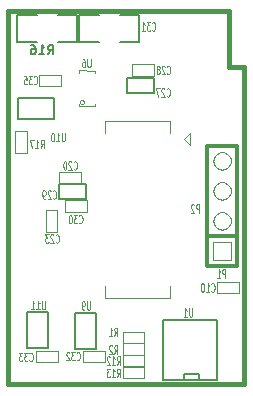
<source format=gbo>
G04 (created by PCBNEW-RS274X (2010-08-11 BZR 2448)-unstable) date Fri 17 Jun 2011 15:12:29 CST*
G01*
G70*
G90*
%MOIN*%
G04 Gerber Fmt 3.4, Leading zero omitted, Abs format*
%FSLAX34Y34*%
G04 APERTURE LIST*
%ADD10C,0.001000*%
%ADD11C,0.015000*%
%ADD12C,0.003000*%
%ADD13C,0.005000*%
%ADD14C,0.012000*%
%ADD15C,0.004500*%
G04 APERTURE END LIST*
G54D10*
G54D11*
X47244Y-41220D02*
X47244Y-41220D01*
X46732Y-41221D02*
X47244Y-41221D01*
X46732Y-39370D02*
X46732Y-41220D01*
X39370Y-51811D02*
X39370Y-39370D01*
X47244Y-51811D02*
X39370Y-51811D01*
X47244Y-41220D02*
X47244Y-51811D01*
X39370Y-39370D02*
X46732Y-39370D01*
G54D12*
X43180Y-50830D02*
X43910Y-50830D01*
X43910Y-50830D02*
X43910Y-50450D01*
X43910Y-50450D02*
X43180Y-50450D01*
X43180Y-50450D02*
X43180Y-50830D01*
X46330Y-48770D02*
X47060Y-48770D01*
X47060Y-48770D02*
X47060Y-48390D01*
X47060Y-48390D02*
X46330Y-48390D01*
X46330Y-48390D02*
X46330Y-48770D01*
X43910Y-50070D02*
X43180Y-50070D01*
X43180Y-50070D02*
X43180Y-50450D01*
X43180Y-50450D02*
X43910Y-50450D01*
X43910Y-50450D02*
X43910Y-50070D01*
X40620Y-45990D02*
X40620Y-46720D01*
X40620Y-46720D02*
X41000Y-46720D01*
X41000Y-46720D02*
X41000Y-45990D01*
X41000Y-45990D02*
X40620Y-45990D01*
X41060Y-45130D02*
X41790Y-45130D01*
X41790Y-45130D02*
X41790Y-44750D01*
X41790Y-44750D02*
X41060Y-44750D01*
X41060Y-44750D02*
X41060Y-45130D01*
X43910Y-50830D02*
X43180Y-50830D01*
X43180Y-50830D02*
X43180Y-51210D01*
X43180Y-51210D02*
X43910Y-51210D01*
X43910Y-51210D02*
X43910Y-50830D01*
X43910Y-51220D02*
X43180Y-51220D01*
X43180Y-51220D02*
X43180Y-51600D01*
X43180Y-51600D02*
X43910Y-51600D01*
X43910Y-51600D02*
X43910Y-51220D01*
X42580Y-50690D02*
X41850Y-50690D01*
X41850Y-50690D02*
X41850Y-51070D01*
X41850Y-51070D02*
X42580Y-51070D01*
X42580Y-51070D02*
X42580Y-50690D01*
X41030Y-50690D02*
X40300Y-50690D01*
X40300Y-50690D02*
X40300Y-51070D01*
X40300Y-51070D02*
X41030Y-51070D01*
X41030Y-51070D02*
X41030Y-50690D01*
X40390Y-41870D02*
X41120Y-41870D01*
X41120Y-41870D02*
X41120Y-41490D01*
X41120Y-41490D02*
X40390Y-41490D01*
X40390Y-41490D02*
X40390Y-41870D01*
X39990Y-44110D02*
X39990Y-43380D01*
X39990Y-43380D02*
X39610Y-43380D01*
X39610Y-43380D02*
X39610Y-44110D01*
X39610Y-44110D02*
X39990Y-44110D01*
G54D13*
X43330Y-42090D02*
X44230Y-42090D01*
X44230Y-42090D02*
X44230Y-41590D01*
X44230Y-41590D02*
X43330Y-41590D01*
X43330Y-41590D02*
X43330Y-42090D01*
X41970Y-45150D02*
X41070Y-45150D01*
X41070Y-45150D02*
X41070Y-45650D01*
X41070Y-45650D02*
X41970Y-45650D01*
X41970Y-45650D02*
X41970Y-45150D01*
X41736Y-40411D02*
X41736Y-39511D01*
X41736Y-39511D02*
X42386Y-39511D01*
X43086Y-40411D02*
X43736Y-40411D01*
X43736Y-40411D02*
X43736Y-39511D01*
X43736Y-39511D02*
X43086Y-39511D01*
X42386Y-40411D02*
X41736Y-40411D01*
X46320Y-51670D02*
X46320Y-49670D01*
X46320Y-49670D02*
X44520Y-49670D01*
X44520Y-49670D02*
X44520Y-51670D01*
X44520Y-51670D02*
X46320Y-51670D01*
X45720Y-51670D02*
X45720Y-51470D01*
X45720Y-51470D02*
X45220Y-51470D01*
X45220Y-51470D02*
X45220Y-51670D01*
X42280Y-49420D02*
X41580Y-49420D01*
X41580Y-49420D02*
X41580Y-50620D01*
X41580Y-50620D02*
X42280Y-50620D01*
X42280Y-50620D02*
X42280Y-49420D01*
X39680Y-42270D02*
X39680Y-42970D01*
X39680Y-42970D02*
X40880Y-42970D01*
X40880Y-42970D02*
X40880Y-42270D01*
X40880Y-42270D02*
X39680Y-42270D01*
X40710Y-49410D02*
X40010Y-49410D01*
X40010Y-49410D02*
X40010Y-50610D01*
X40010Y-50610D02*
X40710Y-50610D01*
X40710Y-50610D02*
X40710Y-49410D01*
G54D12*
X41897Y-42408D02*
X41895Y-42421D01*
X41891Y-42434D01*
X41885Y-42446D01*
X41876Y-42457D01*
X41866Y-42466D01*
X41854Y-42472D01*
X41841Y-42476D01*
X41827Y-42477D01*
X41814Y-42476D01*
X41801Y-42472D01*
X41789Y-42466D01*
X41779Y-42458D01*
X41770Y-42447D01*
X41763Y-42435D01*
X41759Y-42422D01*
X41758Y-42408D01*
X41759Y-42396D01*
X41762Y-42383D01*
X41769Y-42371D01*
X41777Y-42360D01*
X41788Y-42351D01*
X41799Y-42344D01*
X41812Y-42340D01*
X41826Y-42339D01*
X41839Y-42340D01*
X41852Y-42343D01*
X41864Y-42349D01*
X41875Y-42358D01*
X41884Y-42368D01*
X41890Y-42380D01*
X41895Y-42393D01*
X41896Y-42407D01*
X41897Y-42408D01*
X42257Y-41432D02*
X42257Y-41353D01*
X42257Y-41353D02*
X41711Y-41351D01*
X41711Y-41351D02*
X41711Y-41432D01*
X42256Y-42459D02*
X42256Y-42537D01*
X42256Y-42537D02*
X41715Y-42536D01*
X41715Y-42536D02*
X41714Y-42463D01*
X43510Y-41530D02*
X44240Y-41530D01*
X44240Y-41530D02*
X44240Y-41150D01*
X44240Y-41150D02*
X43510Y-41150D01*
X43510Y-41150D02*
X43510Y-41530D01*
X42000Y-45680D02*
X41270Y-45680D01*
X41270Y-45680D02*
X41270Y-46060D01*
X41270Y-46060D02*
X42000Y-46060D01*
X42000Y-46060D02*
X42000Y-45680D01*
X45438Y-43433D02*
X45241Y-43630D01*
X45241Y-43630D02*
X45438Y-43827D01*
X45438Y-43827D02*
X45438Y-43433D01*
X42603Y-43433D02*
X42603Y-43039D01*
X42603Y-43039D02*
X44768Y-43039D01*
X44768Y-43039D02*
X44768Y-43433D01*
X42603Y-48551D02*
X42603Y-48945D01*
X42603Y-48945D02*
X44768Y-48945D01*
X44768Y-48945D02*
X44768Y-48551D01*
G54D14*
X46996Y-47866D02*
X46996Y-47866D01*
X45996Y-47866D02*
X46996Y-47866D01*
X46996Y-47866D02*
X46996Y-47866D01*
X46996Y-47866D02*
X46996Y-43866D01*
X46996Y-43866D02*
X45996Y-43866D01*
X45996Y-43866D02*
X45996Y-47866D01*
X45996Y-46866D02*
X46996Y-46866D01*
G54D13*
X39669Y-40411D02*
X39669Y-39511D01*
X39669Y-39511D02*
X40319Y-39511D01*
X41019Y-40411D02*
X41669Y-40411D01*
X41669Y-40411D02*
X41669Y-39511D01*
X41669Y-39511D02*
X41019Y-39511D01*
X40319Y-40411D02*
X39669Y-40411D01*
G54D10*
X46206Y-47076D02*
X46206Y-47656D01*
X46786Y-47656D01*
X46786Y-47076D01*
X46206Y-47076D01*
X46786Y-46366D02*
X46780Y-46422D01*
X46764Y-46476D01*
X46737Y-46526D01*
X46701Y-46570D01*
X46658Y-46606D01*
X46608Y-46633D01*
X46554Y-46650D01*
X46498Y-46655D01*
X46442Y-46650D01*
X46388Y-46634D01*
X46338Y-46608D01*
X46294Y-46573D01*
X46257Y-46529D01*
X46230Y-46480D01*
X46213Y-46426D01*
X46207Y-46370D01*
X46211Y-46314D01*
X46227Y-46260D01*
X46253Y-46209D01*
X46288Y-46165D01*
X46331Y-46128D01*
X46380Y-46101D01*
X46434Y-46083D01*
X46490Y-46077D01*
X46546Y-46081D01*
X46600Y-46096D01*
X46651Y-46122D01*
X46695Y-46156D01*
X46732Y-46199D01*
X46760Y-46249D01*
X46778Y-46302D01*
X46785Y-46358D01*
X46786Y-46366D01*
X46786Y-45366D02*
X46780Y-45422D01*
X46764Y-45476D01*
X46737Y-45526D01*
X46701Y-45570D01*
X46658Y-45606D01*
X46608Y-45633D01*
X46554Y-45650D01*
X46498Y-45655D01*
X46442Y-45650D01*
X46388Y-45634D01*
X46338Y-45608D01*
X46294Y-45573D01*
X46257Y-45529D01*
X46230Y-45480D01*
X46213Y-45426D01*
X46207Y-45370D01*
X46211Y-45314D01*
X46227Y-45260D01*
X46253Y-45209D01*
X46288Y-45165D01*
X46331Y-45128D01*
X46380Y-45101D01*
X46434Y-45083D01*
X46490Y-45077D01*
X46546Y-45081D01*
X46600Y-45096D01*
X46651Y-45122D01*
X46695Y-45156D01*
X46732Y-45199D01*
X46760Y-45249D01*
X46778Y-45302D01*
X46785Y-45358D01*
X46786Y-45366D01*
X46786Y-44366D02*
X46780Y-44422D01*
X46764Y-44476D01*
X46737Y-44526D01*
X46701Y-44570D01*
X46658Y-44606D01*
X46608Y-44633D01*
X46554Y-44650D01*
X46498Y-44655D01*
X46442Y-44650D01*
X46388Y-44634D01*
X46338Y-44608D01*
X46294Y-44573D01*
X46257Y-44529D01*
X46230Y-44480D01*
X46213Y-44426D01*
X46207Y-44370D01*
X46211Y-44314D01*
X46227Y-44260D01*
X46253Y-44209D01*
X46288Y-44165D01*
X46331Y-44128D01*
X46380Y-44101D01*
X46434Y-44083D01*
X46490Y-44077D01*
X46546Y-44081D01*
X46600Y-44096D01*
X46651Y-44122D01*
X46695Y-44156D01*
X46732Y-44199D01*
X46760Y-44249D01*
X46778Y-44302D01*
X46785Y-44358D01*
X46786Y-44366D01*
G54D15*
X42907Y-50795D02*
X42967Y-50662D01*
X43010Y-50795D02*
X43010Y-50515D01*
X42942Y-50515D01*
X42924Y-50529D01*
X42916Y-50542D01*
X42907Y-50569D01*
X42907Y-50609D01*
X42916Y-50635D01*
X42924Y-50649D01*
X42942Y-50662D01*
X43010Y-50662D01*
X42839Y-50542D02*
X42830Y-50529D01*
X42813Y-50515D01*
X42770Y-50515D01*
X42753Y-50529D01*
X42744Y-50542D01*
X42736Y-50569D01*
X42736Y-50595D01*
X42744Y-50635D01*
X42847Y-50795D01*
X42736Y-50795D01*
X46135Y-48701D02*
X46144Y-48714D01*
X46170Y-48727D01*
X46187Y-48727D01*
X46212Y-48714D01*
X46230Y-48687D01*
X46238Y-48661D01*
X46247Y-48607D01*
X46247Y-48567D01*
X46238Y-48514D01*
X46230Y-48487D01*
X46212Y-48461D01*
X46187Y-48447D01*
X46170Y-48447D01*
X46144Y-48461D01*
X46135Y-48474D01*
X45964Y-48727D02*
X46067Y-48727D01*
X46015Y-48727D02*
X46015Y-48447D01*
X46032Y-48487D01*
X46050Y-48514D01*
X46067Y-48527D01*
X45853Y-48447D02*
X45836Y-48447D01*
X45819Y-48461D01*
X45810Y-48474D01*
X45801Y-48501D01*
X45793Y-48554D01*
X45793Y-48621D01*
X45801Y-48674D01*
X45810Y-48701D01*
X45819Y-48714D01*
X45836Y-48727D01*
X45853Y-48727D01*
X45870Y-48714D01*
X45879Y-48701D01*
X45887Y-48674D01*
X45896Y-48621D01*
X45896Y-48554D01*
X45887Y-48501D01*
X45879Y-48474D01*
X45870Y-48461D01*
X45853Y-48447D01*
X42907Y-50199D02*
X42967Y-50066D01*
X43010Y-50199D02*
X43010Y-49919D01*
X42942Y-49919D01*
X42924Y-49933D01*
X42916Y-49946D01*
X42907Y-49973D01*
X42907Y-50013D01*
X42916Y-50039D01*
X42924Y-50053D01*
X42942Y-50066D01*
X43010Y-50066D01*
X42736Y-50199D02*
X42839Y-50199D01*
X42787Y-50199D02*
X42787Y-49919D01*
X42804Y-49959D01*
X42822Y-49986D01*
X42839Y-49999D01*
X40945Y-47067D02*
X40954Y-47080D01*
X40980Y-47093D01*
X40997Y-47093D01*
X41022Y-47080D01*
X41040Y-47053D01*
X41048Y-47027D01*
X41057Y-46973D01*
X41057Y-46933D01*
X41048Y-46880D01*
X41040Y-46853D01*
X41022Y-46827D01*
X40997Y-46813D01*
X40980Y-46813D01*
X40954Y-46827D01*
X40945Y-46840D01*
X40877Y-46840D02*
X40868Y-46827D01*
X40851Y-46813D01*
X40808Y-46813D01*
X40791Y-46827D01*
X40782Y-46840D01*
X40774Y-46867D01*
X40774Y-46893D01*
X40782Y-46933D01*
X40885Y-47093D01*
X40774Y-47093D01*
X40714Y-46813D02*
X40603Y-46813D01*
X40663Y-46920D01*
X40637Y-46920D01*
X40620Y-46933D01*
X40611Y-46947D01*
X40603Y-46973D01*
X40603Y-47040D01*
X40611Y-47067D01*
X40620Y-47080D01*
X40637Y-47093D01*
X40689Y-47093D01*
X40706Y-47080D01*
X40714Y-47067D01*
X41545Y-44629D02*
X41554Y-44642D01*
X41580Y-44655D01*
X41597Y-44655D01*
X41622Y-44642D01*
X41640Y-44615D01*
X41648Y-44589D01*
X41657Y-44535D01*
X41657Y-44495D01*
X41648Y-44442D01*
X41640Y-44415D01*
X41622Y-44389D01*
X41597Y-44375D01*
X41580Y-44375D01*
X41554Y-44389D01*
X41545Y-44402D01*
X41477Y-44402D02*
X41468Y-44389D01*
X41451Y-44375D01*
X41408Y-44375D01*
X41391Y-44389D01*
X41382Y-44402D01*
X41374Y-44429D01*
X41374Y-44455D01*
X41382Y-44495D01*
X41485Y-44655D01*
X41374Y-44655D01*
X41263Y-44375D02*
X41246Y-44375D01*
X41229Y-44389D01*
X41220Y-44402D01*
X41211Y-44429D01*
X41203Y-44482D01*
X41203Y-44549D01*
X41211Y-44602D01*
X41220Y-44629D01*
X41229Y-44642D01*
X41246Y-44655D01*
X41263Y-44655D01*
X41280Y-44642D01*
X41289Y-44629D01*
X41297Y-44602D01*
X41306Y-44549D01*
X41306Y-44482D01*
X41297Y-44429D01*
X41289Y-44402D01*
X41280Y-44389D01*
X41263Y-44375D01*
X42987Y-51159D02*
X43047Y-51026D01*
X43090Y-51159D02*
X43090Y-50879D01*
X43022Y-50879D01*
X43004Y-50893D01*
X42996Y-50906D01*
X42987Y-50933D01*
X42987Y-50973D01*
X42996Y-50999D01*
X43004Y-51013D01*
X43022Y-51026D01*
X43090Y-51026D01*
X42816Y-51159D02*
X42919Y-51159D01*
X42867Y-51159D02*
X42867Y-50879D01*
X42884Y-50919D01*
X42902Y-50946D01*
X42919Y-50959D01*
X42748Y-50906D02*
X42739Y-50893D01*
X42722Y-50879D01*
X42679Y-50879D01*
X42662Y-50893D01*
X42653Y-50906D01*
X42645Y-50933D01*
X42645Y-50959D01*
X42653Y-50999D01*
X42756Y-51159D01*
X42645Y-51159D01*
X42987Y-51565D02*
X43047Y-51432D01*
X43090Y-51565D02*
X43090Y-51285D01*
X43022Y-51285D01*
X43004Y-51299D01*
X42996Y-51312D01*
X42987Y-51339D01*
X42987Y-51379D01*
X42996Y-51405D01*
X43004Y-51419D01*
X43022Y-51432D01*
X43090Y-51432D01*
X42816Y-51565D02*
X42919Y-51565D01*
X42867Y-51565D02*
X42867Y-51285D01*
X42884Y-51325D01*
X42902Y-51352D01*
X42919Y-51365D01*
X42756Y-51285D02*
X42645Y-51285D01*
X42705Y-51392D01*
X42679Y-51392D01*
X42662Y-51405D01*
X42653Y-51419D01*
X42645Y-51445D01*
X42645Y-51512D01*
X42653Y-51539D01*
X42662Y-51552D01*
X42679Y-51565D01*
X42731Y-51565D01*
X42748Y-51552D01*
X42756Y-51539D01*
X41645Y-50987D02*
X41654Y-51000D01*
X41680Y-51013D01*
X41697Y-51013D01*
X41722Y-51000D01*
X41740Y-50973D01*
X41748Y-50947D01*
X41757Y-50893D01*
X41757Y-50853D01*
X41748Y-50800D01*
X41740Y-50773D01*
X41722Y-50747D01*
X41697Y-50733D01*
X41680Y-50733D01*
X41654Y-50747D01*
X41645Y-50760D01*
X41585Y-50733D02*
X41474Y-50733D01*
X41534Y-50840D01*
X41508Y-50840D01*
X41491Y-50853D01*
X41482Y-50867D01*
X41474Y-50893D01*
X41474Y-50960D01*
X41482Y-50987D01*
X41491Y-51000D01*
X41508Y-51013D01*
X41560Y-51013D01*
X41577Y-51000D01*
X41585Y-50987D01*
X41406Y-50760D02*
X41397Y-50747D01*
X41380Y-50733D01*
X41337Y-50733D01*
X41320Y-50747D01*
X41311Y-50760D01*
X41303Y-50787D01*
X41303Y-50813D01*
X41311Y-50853D01*
X41414Y-51013D01*
X41303Y-51013D01*
X40075Y-51007D02*
X40084Y-51020D01*
X40110Y-51033D01*
X40127Y-51033D01*
X40152Y-51020D01*
X40170Y-50993D01*
X40178Y-50967D01*
X40187Y-50913D01*
X40187Y-50873D01*
X40178Y-50820D01*
X40170Y-50793D01*
X40152Y-50767D01*
X40127Y-50753D01*
X40110Y-50753D01*
X40084Y-50767D01*
X40075Y-50780D01*
X40015Y-50753D02*
X39904Y-50753D01*
X39964Y-50860D01*
X39938Y-50860D01*
X39921Y-50873D01*
X39912Y-50887D01*
X39904Y-50913D01*
X39904Y-50980D01*
X39912Y-51007D01*
X39921Y-51020D01*
X39938Y-51033D01*
X39990Y-51033D01*
X40007Y-51020D01*
X40015Y-51007D01*
X39844Y-50753D02*
X39733Y-50753D01*
X39793Y-50860D01*
X39767Y-50860D01*
X39750Y-50873D01*
X39741Y-50887D01*
X39733Y-50913D01*
X39733Y-50980D01*
X39741Y-51007D01*
X39750Y-51020D01*
X39767Y-51033D01*
X39819Y-51033D01*
X39836Y-51020D01*
X39844Y-51007D01*
X40225Y-41787D02*
X40234Y-41800D01*
X40260Y-41813D01*
X40277Y-41813D01*
X40302Y-41800D01*
X40320Y-41773D01*
X40328Y-41747D01*
X40337Y-41693D01*
X40337Y-41653D01*
X40328Y-41600D01*
X40320Y-41573D01*
X40302Y-41547D01*
X40277Y-41533D01*
X40260Y-41533D01*
X40234Y-41547D01*
X40225Y-41560D01*
X40165Y-41533D02*
X40054Y-41533D01*
X40114Y-41640D01*
X40088Y-41640D01*
X40071Y-41653D01*
X40062Y-41667D01*
X40054Y-41693D01*
X40054Y-41760D01*
X40062Y-41787D01*
X40071Y-41800D01*
X40088Y-41813D01*
X40140Y-41813D01*
X40157Y-41800D01*
X40165Y-41787D01*
X39891Y-41533D02*
X39977Y-41533D01*
X39986Y-41667D01*
X39977Y-41653D01*
X39960Y-41640D01*
X39917Y-41640D01*
X39900Y-41653D01*
X39891Y-41667D01*
X39883Y-41693D01*
X39883Y-41760D01*
X39891Y-41787D01*
X39900Y-41800D01*
X39917Y-41813D01*
X39960Y-41813D01*
X39977Y-41800D01*
X39986Y-41787D01*
X40445Y-43935D02*
X40505Y-43802D01*
X40548Y-43935D02*
X40548Y-43655D01*
X40480Y-43655D01*
X40462Y-43669D01*
X40454Y-43682D01*
X40445Y-43709D01*
X40445Y-43749D01*
X40454Y-43775D01*
X40462Y-43789D01*
X40480Y-43802D01*
X40548Y-43802D01*
X40274Y-43935D02*
X40377Y-43935D01*
X40325Y-43935D02*
X40325Y-43655D01*
X40342Y-43695D01*
X40360Y-43722D01*
X40377Y-43735D01*
X40214Y-43655D02*
X40094Y-43655D01*
X40171Y-43935D01*
X44645Y-42193D02*
X44654Y-42206D01*
X44680Y-42219D01*
X44697Y-42219D01*
X44722Y-42206D01*
X44740Y-42179D01*
X44748Y-42153D01*
X44757Y-42099D01*
X44757Y-42059D01*
X44748Y-42006D01*
X44740Y-41979D01*
X44722Y-41953D01*
X44697Y-41939D01*
X44680Y-41939D01*
X44654Y-41953D01*
X44645Y-41966D01*
X44577Y-41966D02*
X44568Y-41953D01*
X44551Y-41939D01*
X44508Y-41939D01*
X44491Y-41953D01*
X44482Y-41966D01*
X44474Y-41993D01*
X44474Y-42019D01*
X44482Y-42059D01*
X44585Y-42219D01*
X44474Y-42219D01*
X44414Y-41939D02*
X44294Y-41939D01*
X44371Y-42219D01*
X40851Y-45603D02*
X40860Y-45616D01*
X40886Y-45629D01*
X40903Y-45629D01*
X40928Y-45616D01*
X40946Y-45589D01*
X40954Y-45563D01*
X40963Y-45509D01*
X40963Y-45469D01*
X40954Y-45416D01*
X40946Y-45389D01*
X40928Y-45363D01*
X40903Y-45349D01*
X40886Y-45349D01*
X40860Y-45363D01*
X40851Y-45376D01*
X40783Y-45376D02*
X40774Y-45363D01*
X40757Y-45349D01*
X40714Y-45349D01*
X40697Y-45363D01*
X40688Y-45376D01*
X40680Y-45403D01*
X40680Y-45429D01*
X40688Y-45469D01*
X40791Y-45629D01*
X40680Y-45629D01*
X40595Y-45629D02*
X40560Y-45629D01*
X40543Y-45616D01*
X40535Y-45603D01*
X40517Y-45563D01*
X40509Y-45509D01*
X40509Y-45403D01*
X40517Y-45376D01*
X40526Y-45363D01*
X40543Y-45349D01*
X40577Y-45349D01*
X40595Y-45363D01*
X40603Y-45376D01*
X40612Y-45403D01*
X40612Y-45469D01*
X40603Y-45496D01*
X40595Y-45509D01*
X40577Y-45523D01*
X40543Y-45523D01*
X40526Y-45509D01*
X40517Y-45496D01*
X40509Y-45469D01*
X44163Y-39995D02*
X44172Y-40008D01*
X44198Y-40021D01*
X44215Y-40021D01*
X44240Y-40008D01*
X44258Y-39981D01*
X44266Y-39955D01*
X44275Y-39901D01*
X44275Y-39861D01*
X44266Y-39808D01*
X44258Y-39781D01*
X44240Y-39755D01*
X44215Y-39741D01*
X44198Y-39741D01*
X44172Y-39755D01*
X44163Y-39768D01*
X44103Y-39741D02*
X43992Y-39741D01*
X44052Y-39848D01*
X44026Y-39848D01*
X44009Y-39861D01*
X44000Y-39875D01*
X43992Y-39901D01*
X43992Y-39968D01*
X44000Y-39995D01*
X44009Y-40008D01*
X44026Y-40021D01*
X44078Y-40021D01*
X44095Y-40008D01*
X44103Y-39995D01*
X43821Y-40021D02*
X43924Y-40021D01*
X43872Y-40021D02*
X43872Y-39741D01*
X43889Y-39781D01*
X43907Y-39808D01*
X43924Y-39821D01*
X45507Y-49273D02*
X45507Y-49500D01*
X45499Y-49527D01*
X45490Y-49540D01*
X45473Y-49553D01*
X45439Y-49553D01*
X45421Y-49540D01*
X45413Y-49527D01*
X45404Y-49500D01*
X45404Y-49273D01*
X45224Y-49553D02*
X45327Y-49553D01*
X45275Y-49553D02*
X45275Y-49273D01*
X45292Y-49313D01*
X45310Y-49340D01*
X45327Y-49353D01*
X42097Y-49043D02*
X42097Y-49270D01*
X42089Y-49297D01*
X42080Y-49310D01*
X42063Y-49323D01*
X42029Y-49323D01*
X42011Y-49310D01*
X42003Y-49297D01*
X41994Y-49270D01*
X41994Y-49043D01*
X41900Y-49323D02*
X41865Y-49323D01*
X41848Y-49310D01*
X41840Y-49297D01*
X41822Y-49257D01*
X41814Y-49203D01*
X41814Y-49097D01*
X41822Y-49070D01*
X41831Y-49057D01*
X41848Y-49043D01*
X41882Y-49043D01*
X41900Y-49057D01*
X41908Y-49070D01*
X41917Y-49097D01*
X41917Y-49163D01*
X41908Y-49190D01*
X41900Y-49203D01*
X41882Y-49217D01*
X41848Y-49217D01*
X41831Y-49203D01*
X41822Y-49190D01*
X41814Y-49163D01*
X41252Y-43437D02*
X41252Y-43664D01*
X41244Y-43691D01*
X41235Y-43704D01*
X41218Y-43717D01*
X41184Y-43717D01*
X41166Y-43704D01*
X41158Y-43691D01*
X41149Y-43664D01*
X41149Y-43437D01*
X40969Y-43717D02*
X41072Y-43717D01*
X41020Y-43717D02*
X41020Y-43437D01*
X41037Y-43477D01*
X41055Y-43504D01*
X41072Y-43517D01*
X40858Y-43437D02*
X40841Y-43437D01*
X40824Y-43451D01*
X40815Y-43464D01*
X40806Y-43491D01*
X40798Y-43544D01*
X40798Y-43611D01*
X40806Y-43664D01*
X40815Y-43691D01*
X40824Y-43704D01*
X40841Y-43717D01*
X40858Y-43717D01*
X40875Y-43704D01*
X40884Y-43691D01*
X40892Y-43664D01*
X40901Y-43611D01*
X40901Y-43544D01*
X40892Y-43491D01*
X40884Y-43464D01*
X40875Y-43451D01*
X40858Y-43437D01*
X40592Y-49033D02*
X40592Y-49260D01*
X40584Y-49287D01*
X40575Y-49300D01*
X40558Y-49313D01*
X40524Y-49313D01*
X40506Y-49300D01*
X40498Y-49287D01*
X40489Y-49260D01*
X40489Y-49033D01*
X40309Y-49313D02*
X40412Y-49313D01*
X40360Y-49313D02*
X40360Y-49033D01*
X40377Y-49073D01*
X40395Y-49100D01*
X40412Y-49113D01*
X40138Y-49313D02*
X40241Y-49313D01*
X40189Y-49313D02*
X40189Y-49033D01*
X40206Y-49073D01*
X40224Y-49100D01*
X40241Y-49113D01*
X42113Y-40959D02*
X42113Y-41186D01*
X42105Y-41213D01*
X42096Y-41226D01*
X42079Y-41239D01*
X42045Y-41239D01*
X42027Y-41226D01*
X42019Y-41213D01*
X42010Y-41186D01*
X42010Y-40959D01*
X41847Y-40959D02*
X41881Y-40959D01*
X41898Y-40973D01*
X41907Y-40986D01*
X41924Y-41026D01*
X41933Y-41079D01*
X41933Y-41186D01*
X41924Y-41213D01*
X41916Y-41226D01*
X41898Y-41239D01*
X41864Y-41239D01*
X41847Y-41226D01*
X41838Y-41213D01*
X41830Y-41186D01*
X41830Y-41119D01*
X41838Y-41093D01*
X41847Y-41079D01*
X41864Y-41066D01*
X41898Y-41066D01*
X41916Y-41079D01*
X41924Y-41093D01*
X41933Y-41119D01*
X44653Y-41451D02*
X44662Y-41464D01*
X44688Y-41477D01*
X44705Y-41477D01*
X44730Y-41464D01*
X44748Y-41437D01*
X44756Y-41411D01*
X44765Y-41357D01*
X44765Y-41317D01*
X44756Y-41264D01*
X44748Y-41237D01*
X44730Y-41211D01*
X44705Y-41197D01*
X44688Y-41197D01*
X44662Y-41211D01*
X44653Y-41224D01*
X44585Y-41224D02*
X44576Y-41211D01*
X44559Y-41197D01*
X44516Y-41197D01*
X44499Y-41211D01*
X44490Y-41224D01*
X44482Y-41251D01*
X44482Y-41277D01*
X44490Y-41317D01*
X44593Y-41477D01*
X44482Y-41477D01*
X44379Y-41317D02*
X44397Y-41304D01*
X44405Y-41291D01*
X44414Y-41264D01*
X44414Y-41251D01*
X44405Y-41224D01*
X44397Y-41211D01*
X44379Y-41197D01*
X44345Y-41197D01*
X44328Y-41211D01*
X44319Y-41224D01*
X44311Y-41251D01*
X44311Y-41264D01*
X44319Y-41291D01*
X44328Y-41304D01*
X44345Y-41317D01*
X44379Y-41317D01*
X44397Y-41331D01*
X44405Y-41344D01*
X44414Y-41371D01*
X44414Y-41424D01*
X44405Y-41451D01*
X44397Y-41464D01*
X44379Y-41477D01*
X44345Y-41477D01*
X44328Y-41464D01*
X44319Y-41451D01*
X44311Y-41424D01*
X44311Y-41371D01*
X44319Y-41344D01*
X44328Y-41331D01*
X44345Y-41317D01*
X41733Y-46421D02*
X41742Y-46434D01*
X41768Y-46447D01*
X41785Y-46447D01*
X41810Y-46434D01*
X41828Y-46407D01*
X41836Y-46381D01*
X41845Y-46327D01*
X41845Y-46287D01*
X41836Y-46234D01*
X41828Y-46207D01*
X41810Y-46181D01*
X41785Y-46167D01*
X41768Y-46167D01*
X41742Y-46181D01*
X41733Y-46194D01*
X41673Y-46167D02*
X41562Y-46167D01*
X41622Y-46274D01*
X41596Y-46274D01*
X41579Y-46287D01*
X41570Y-46301D01*
X41562Y-46327D01*
X41562Y-46394D01*
X41570Y-46421D01*
X41579Y-46434D01*
X41596Y-46447D01*
X41648Y-46447D01*
X41665Y-46434D01*
X41673Y-46421D01*
X41451Y-46167D02*
X41434Y-46167D01*
X41417Y-46181D01*
X41408Y-46194D01*
X41399Y-46221D01*
X41391Y-46274D01*
X41391Y-46341D01*
X41399Y-46394D01*
X41408Y-46421D01*
X41417Y-46434D01*
X41434Y-46447D01*
X41451Y-46447D01*
X41468Y-46434D01*
X41477Y-46421D01*
X41485Y-46394D01*
X41494Y-46341D01*
X41494Y-46274D01*
X41485Y-46221D01*
X41477Y-46194D01*
X41468Y-46181D01*
X41451Y-46167D01*
X45737Y-46095D02*
X45737Y-45815D01*
X45669Y-45815D01*
X45651Y-45829D01*
X45643Y-45842D01*
X45634Y-45869D01*
X45634Y-45909D01*
X45643Y-45935D01*
X45651Y-45949D01*
X45669Y-45962D01*
X45737Y-45962D01*
X45566Y-45842D02*
X45557Y-45829D01*
X45540Y-45815D01*
X45497Y-45815D01*
X45480Y-45829D01*
X45471Y-45842D01*
X45463Y-45869D01*
X45463Y-45895D01*
X45471Y-45935D01*
X45574Y-46095D01*
X45463Y-46095D01*
X46602Y-48255D02*
X46602Y-47975D01*
X46534Y-47975D01*
X46516Y-47989D01*
X46508Y-48002D01*
X46499Y-48029D01*
X46499Y-48069D01*
X46508Y-48095D01*
X46516Y-48109D01*
X46534Y-48122D01*
X46602Y-48122D01*
X46328Y-48255D02*
X46431Y-48255D01*
X46379Y-48255D02*
X46379Y-47975D01*
X46396Y-48015D01*
X46414Y-48042D01*
X46431Y-48055D01*
G54D13*
X40685Y-40807D02*
X40785Y-40665D01*
X40857Y-40807D02*
X40857Y-40507D01*
X40742Y-40507D01*
X40714Y-40522D01*
X40699Y-40536D01*
X40685Y-40565D01*
X40685Y-40607D01*
X40699Y-40636D01*
X40714Y-40650D01*
X40742Y-40665D01*
X40857Y-40665D01*
X40399Y-40807D02*
X40571Y-40807D01*
X40485Y-40807D02*
X40485Y-40507D01*
X40514Y-40550D01*
X40542Y-40579D01*
X40571Y-40593D01*
X40142Y-40507D02*
X40199Y-40507D01*
X40228Y-40522D01*
X40242Y-40536D01*
X40271Y-40579D01*
X40285Y-40636D01*
X40285Y-40750D01*
X40271Y-40779D01*
X40256Y-40793D01*
X40228Y-40807D01*
X40171Y-40807D01*
X40142Y-40793D01*
X40128Y-40779D01*
X40113Y-40750D01*
X40113Y-40679D01*
X40128Y-40650D01*
X40142Y-40636D01*
X40171Y-40622D01*
X40228Y-40622D01*
X40256Y-40636D01*
X40271Y-40650D01*
X40285Y-40679D01*
M02*

</source>
